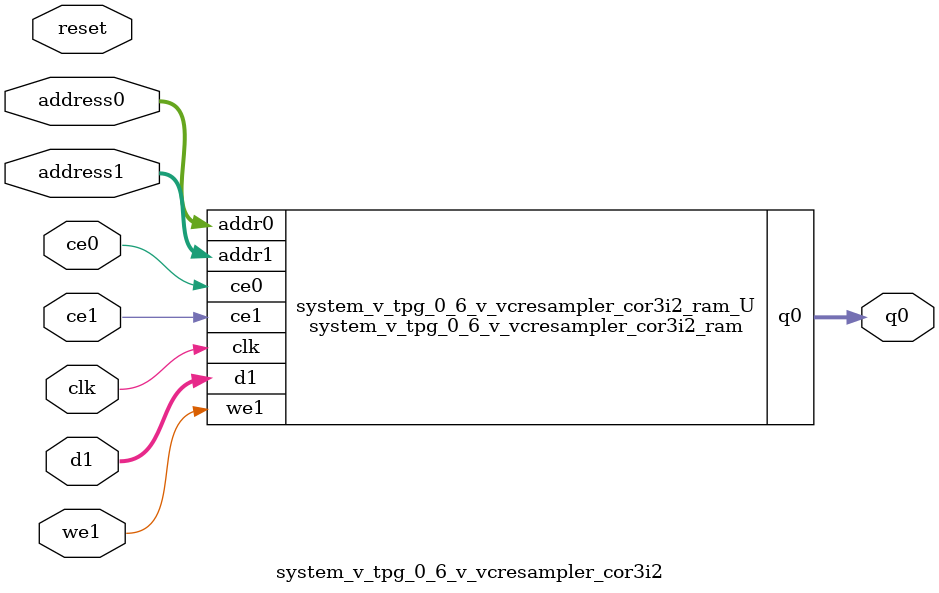
<source format=v>
`timescale 1 ns / 1 ps
module system_v_tpg_0_6_v_vcresampler_cor3i2_ram (addr0, ce0, q0, addr1, ce1, d1, we1,  clk);

parameter DWIDTH = 8;
parameter AWIDTH = 12;
parameter MEM_SIZE = 3840;

input[AWIDTH-1:0] addr0;
input ce0;
output reg[DWIDTH-1:0] q0;
input[AWIDTH-1:0] addr1;
input ce1;
input[DWIDTH-1:0] d1;
input we1;
input clk;

(* ram_style = "block" *)reg [DWIDTH-1:0] ram[0:MEM_SIZE-1];




always @(posedge clk)  
begin 
    if (ce0) begin
        q0 <= ram[addr0];
    end
end


always @(posedge clk)  
begin 
    if (ce1) begin
        if (we1) 
            ram[addr1] <= d1; 
    end
end


endmodule

`timescale 1 ns / 1 ps
module system_v_tpg_0_6_v_vcresampler_cor3i2(
    reset,
    clk,
    address0,
    ce0,
    q0,
    address1,
    ce1,
    we1,
    d1);

parameter DataWidth = 32'd8;
parameter AddressRange = 32'd3840;
parameter AddressWidth = 32'd12;
input reset;
input clk;
input[AddressWidth - 1:0] address0;
input ce0;
output[DataWidth - 1:0] q0;
input[AddressWidth - 1:0] address1;
input ce1;
input we1;
input[DataWidth - 1:0] d1;



system_v_tpg_0_6_v_vcresampler_cor3i2_ram system_v_tpg_0_6_v_vcresampler_cor3i2_ram_U(
    .clk( clk ),
    .addr0( address0 ),
    .ce0( ce0 ),
    .q0( q0 ),
    .addr1( address1 ),
    .ce1( ce1 ),
    .we1( we1 ),
    .d1( d1 ));

endmodule


</source>
